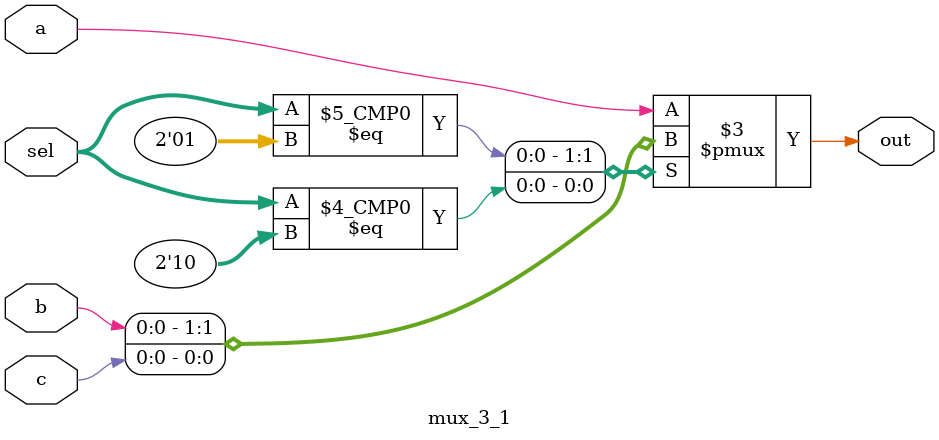
<source format=v>
module mux_3_1(input a,b,c, input [1:0]sel, output reg out);

always @(*)
begin
case(sel)

2'b00:out=a;
2'b01:out=b;
2'b10:out=c;
default:out=a;


endcase
end
endmodule

</source>
